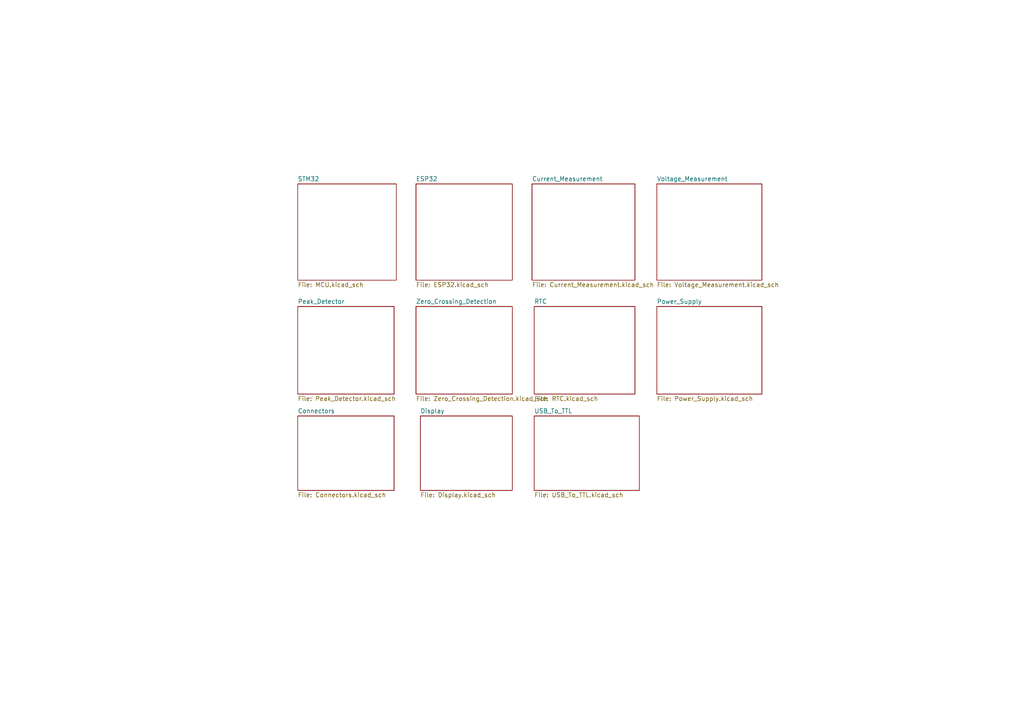
<source format=kicad_sch>
(kicad_sch
	(version 20250114)
	(generator "eeschema")
	(generator_version "9.0")
	(uuid "a4d4b55a-fae9-4c17-8d9b-0fae9d35e0cc")
	(paper "A4")
	(lib_symbols)
	(sheet
		(at 86.36 53.34)
		(size 28.575 27.94)
		(exclude_from_sim no)
		(in_bom yes)
		(on_board yes)
		(dnp no)
		(fields_autoplaced yes)
		(stroke
			(width 0.1524)
			(type solid)
		)
		(fill
			(color 0 0 0 0.0000)
		)
		(uuid "05d0bcbd-9292-4250-a3df-595675932f2e")
		(property "Sheetname" "STM32"
			(at 86.36 52.6284 0)
			(effects
				(font
					(size 1.27 1.27)
				)
				(justify left bottom)
			)
		)
		(property "Sheetfile" "MCU.kicad_sch"
			(at 86.36 81.8646 0)
			(effects
				(font
					(size 1.27 1.27)
				)
				(justify left top)
			)
		)
		(instances
			(project "MEASURE_POWER_AC"
				(path "/a4d4b55a-fae9-4c17-8d9b-0fae9d35e0cc"
					(page "2")
				)
			)
		)
	)
	(sheet
		(at 121.92 120.65)
		(size 26.67 21.59)
		(exclude_from_sim no)
		(in_bom yes)
		(on_board yes)
		(dnp no)
		(fields_autoplaced yes)
		(stroke
			(width 0.1524)
			(type solid)
		)
		(fill
			(color 0 0 0 0.0000)
		)
		(uuid "13218023-4845-4f3e-ab78-5f7c26335007")
		(property "Sheetname" "Display"
			(at 121.92 119.9384 0)
			(effects
				(font
					(size 1.27 1.27)
				)
				(justify left bottom)
			)
		)
		(property "Sheetfile" "Display.kicad_sch"
			(at 121.92 142.8246 0)
			(effects
				(font
					(size 1.27 1.27)
				)
				(justify left top)
			)
		)
		(instances
			(project "MEASURE_POWER_AC"
				(path "/a4d4b55a-fae9-4c17-8d9b-0fae9d35e0cc"
					(page "10")
				)
			)
		)
	)
	(sheet
		(at 190.5 53.34)
		(size 30.48 27.94)
		(exclude_from_sim no)
		(in_bom yes)
		(on_board yes)
		(dnp no)
		(fields_autoplaced yes)
		(stroke
			(width 0.1524)
			(type solid)
		)
		(fill
			(color 0 0 0 0.0000)
		)
		(uuid "56224a57-1e2f-4560-9ecc-3e78ce1d06a2")
		(property "Sheetname" "Voltage_Measurement"
			(at 190.5 52.6284 0)
			(effects
				(font
					(size 1.27 1.27)
				)
				(justify left bottom)
			)
		)
		(property "Sheetfile" "Voltage_Measurement.kicad_sch"
			(at 190.5 81.8646 0)
			(effects
				(font
					(size 1.27 1.27)
				)
				(justify left top)
			)
		)
		(instances
			(project "MEASURE_POWER_AC"
				(path "/a4d4b55a-fae9-4c17-8d9b-0fae9d35e0cc"
					(page "5")
				)
			)
		)
	)
	(sheet
		(at 86.36 88.9)
		(size 27.94 25.4)
		(exclude_from_sim no)
		(in_bom yes)
		(on_board yes)
		(dnp no)
		(fields_autoplaced yes)
		(stroke
			(width 0.1524)
			(type solid)
		)
		(fill
			(color 0 0 0 0.0000)
		)
		(uuid "6f26e52d-d0fd-4d89-8334-dbbaeb0431f2")
		(property "Sheetname" "Peak_Detector"
			(at 86.36 88.1884 0)
			(effects
				(font
					(size 1.27 1.27)
				)
				(justify left bottom)
			)
		)
		(property "Sheetfile" "Peak_Detector.kicad_sch"
			(at 86.36 114.8846 0)
			(effects
				(font
					(size 1.27 1.27)
				)
				(justify left top)
			)
		)
		(instances
			(project "MEASURE_POWER_AC"
				(path "/a4d4b55a-fae9-4c17-8d9b-0fae9d35e0cc"
					(page "6")
				)
			)
		)
	)
	(sheet
		(at 154.305 53.34)
		(size 29.845 27.94)
		(exclude_from_sim no)
		(in_bom yes)
		(on_board yes)
		(dnp no)
		(fields_autoplaced yes)
		(stroke
			(width 0.1524)
			(type solid)
		)
		(fill
			(color 0 0 0 0.0000)
		)
		(uuid "720e8f84-55a0-4a06-8848-2e9850f38396")
		(property "Sheetname" "Current_Measurement"
			(at 154.305 52.6284 0)
			(effects
				(font
					(size 1.27 1.27)
				)
				(justify left bottom)
			)
		)
		(property "Sheetfile" "Current_Measurement.kicad_sch"
			(at 154.305 81.8646 0)
			(effects
				(font
					(size 1.27 1.27)
				)
				(justify left top)
			)
		)
		(instances
			(project "MEASURE_POWER_AC"
				(path "/a4d4b55a-fae9-4c17-8d9b-0fae9d35e0cc"
					(page "4")
				)
			)
		)
	)
	(sheet
		(at 190.5 88.9)
		(size 30.48 25.4)
		(exclude_from_sim no)
		(in_bom yes)
		(on_board yes)
		(dnp no)
		(fields_autoplaced yes)
		(stroke
			(width 0.1524)
			(type solid)
		)
		(fill
			(color 0 0 0 0.0000)
		)
		(uuid "89f6d2d9-dbdb-44c3-92b1-b6c6afb905fd")
		(property "Sheetname" "Power_Supply"
			(at 190.5 88.1884 0)
			(effects
				(font
					(size 1.27 1.27)
				)
				(justify left bottom)
			)
		)
		(property "Sheetfile" "Power_Supply.kicad_sch"
			(at 190.5 114.8846 0)
			(effects
				(font
					(size 1.27 1.27)
				)
				(justify left top)
			)
		)
		(instances
			(project "MEASURE_POWER_AC"
				(path "/a4d4b55a-fae9-4c17-8d9b-0fae9d35e0cc"
					(page "8")
				)
			)
		)
	)
	(sheet
		(at 86.36 120.65)
		(size 27.94 21.59)
		(exclude_from_sim no)
		(in_bom yes)
		(on_board yes)
		(dnp no)
		(fields_autoplaced yes)
		(stroke
			(width 0.1524)
			(type solid)
		)
		(fill
			(color 0 0 0 0.0000)
		)
		(uuid "a4cf391c-7fd9-4110-acfb-2a27e3291b90")
		(property "Sheetname" "Connectors"
			(at 86.36 119.9384 0)
			(effects
				(font
					(size 1.27 1.27)
				)
				(justify left bottom)
			)
		)
		(property "Sheetfile" "Connectors.kicad_sch"
			(at 86.36 142.8246 0)
			(effects
				(font
					(size 1.27 1.27)
				)
				(justify left top)
			)
		)
		(instances
			(project "MEASURE_POWER_AC"
				(path "/a4d4b55a-fae9-4c17-8d9b-0fae9d35e0cc"
					(page "9")
				)
			)
		)
	)
	(sheet
		(at 154.94 88.9)
		(size 29.21 25.4)
		(exclude_from_sim no)
		(in_bom yes)
		(on_board yes)
		(dnp no)
		(fields_autoplaced yes)
		(stroke
			(width 0.1524)
			(type solid)
		)
		(fill
			(color 0 0 0 0.0000)
		)
		(uuid "b46239ff-1c84-4b32-adc2-5a4ec5f2e8d5")
		(property "Sheetname" "RTC"
			(at 154.94 88.1884 0)
			(effects
				(font
					(size 1.27 1.27)
				)
				(justify left bottom)
			)
		)
		(property "Sheetfile" "RTC.kicad_sch"
			(at 154.94 114.8846 0)
			(effects
				(font
					(size 1.27 1.27)
				)
				(justify left top)
			)
		)
		(instances
			(project "MEASURE_POWER_AC"
				(path "/a4d4b55a-fae9-4c17-8d9b-0fae9d35e0cc"
					(page "11")
				)
			)
		)
	)
	(sheet
		(at 120.65 53.34)
		(size 27.94 27.94)
		(exclude_from_sim no)
		(in_bom yes)
		(on_board yes)
		(dnp no)
		(fields_autoplaced yes)
		(stroke
			(width 0.1524)
			(type solid)
		)
		(fill
			(color 0 0 0 0.0000)
		)
		(uuid "bcd9497f-926d-4c3b-93fe-77915aa3bd0a")
		(property "Sheetname" "ESP32"
			(at 120.65 52.6284 0)
			(effects
				(font
					(size 1.27 1.27)
				)
				(justify left bottom)
			)
		)
		(property "Sheetfile" "ESP32.kicad_sch"
			(at 120.65 81.8646 0)
			(effects
				(font
					(size 1.27 1.27)
				)
				(justify left top)
			)
		)
		(instances
			(project "MEASURE_POWER_AC"
				(path "/a4d4b55a-fae9-4c17-8d9b-0fae9d35e0cc"
					(page "3")
				)
			)
		)
	)
	(sheet
		(at 154.94 120.65)
		(size 30.48 21.59)
		(exclude_from_sim no)
		(in_bom yes)
		(on_board yes)
		(dnp no)
		(fields_autoplaced yes)
		(stroke
			(width 0.1524)
			(type solid)
		)
		(fill
			(color 0 0 0 0.0000)
		)
		(uuid "cb12099a-a228-4f8c-9874-67e6c7c5857b")
		(property "Sheetname" "USB_To_TTL"
			(at 154.94 119.9384 0)
			(effects
				(font
					(size 1.27 1.27)
				)
				(justify left bottom)
			)
		)
		(property "Sheetfile" "USB_To_TTL.kicad_sch"
			(at 154.94 142.8246 0)
			(effects
				(font
					(size 1.27 1.27)
				)
				(justify left top)
			)
		)
		(instances
			(project "MEASURE_POWER_AC"
				(path "/a4d4b55a-fae9-4c17-8d9b-0fae9d35e0cc"
					(page "12")
				)
			)
		)
	)
	(sheet
		(at 120.65 88.9)
		(size 27.94 25.4)
		(exclude_from_sim no)
		(in_bom yes)
		(on_board yes)
		(dnp no)
		(fields_autoplaced yes)
		(stroke
			(width 0.1524)
			(type solid)
		)
		(fill
			(color 0 0 0 0.0000)
		)
		(uuid "f4121652-0d7d-4322-89be-a71ed80462b4")
		(property "Sheetname" "Zero_Crossing_Detection"
			(at 120.65 88.1884 0)
			(effects
				(font
					(size 1.27 1.27)
				)
				(justify left bottom)
			)
		)
		(property "Sheetfile" "Zero_Crossing_Detection.kicad_sch"
			(at 120.65 114.8846 0)
			(effects
				(font
					(size 1.27 1.27)
				)
				(justify left top)
			)
		)
		(instances
			(project "MEASURE_POWER_AC"
				(path "/a4d4b55a-fae9-4c17-8d9b-0fae9d35e0cc"
					(page "7")
				)
			)
		)
	)
	(sheet_instances
		(path "/"
			(page "1")
		)
	)
	(embedded_fonts no)
)

</source>
